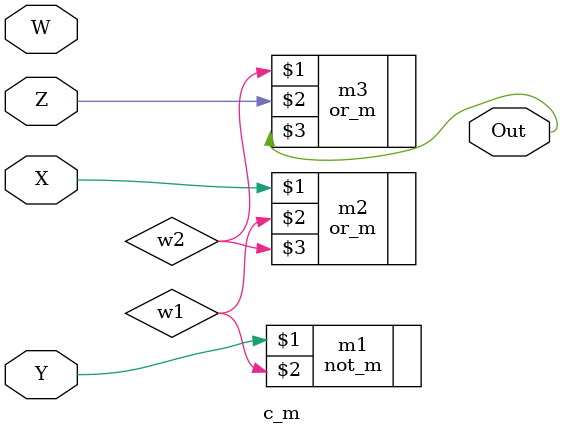
<source format=v>
module c_m(W,X,Y,Z,Out);

input W,X,Y,Z;
output Out;

wire w1;

not_m m1(Y,w1);

or_m m2(X,w1,w2);
or_m m3(w2,Z,Out);

endmodule

</source>
